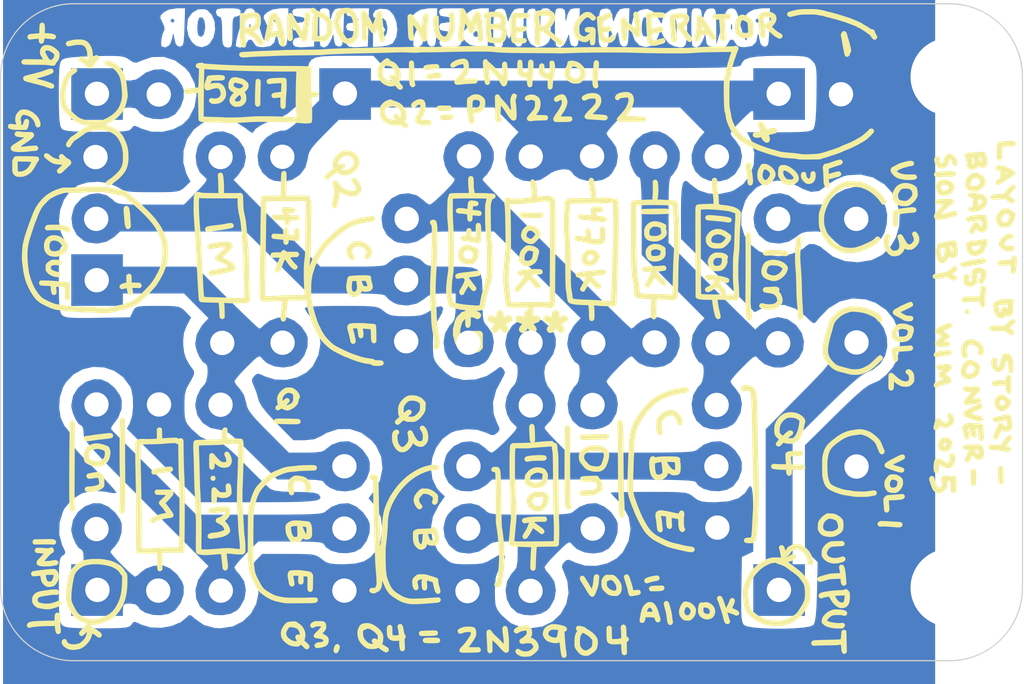
<source format=kicad_pcb>
(kicad_pcb (version 20240108) (generator "pcbnew") (generator_version "8.0")
  (layers (0 "F.Cu" signal) (31 "B.Cu" signal) (34 "B.Paste" user) (35 "F.Paste" user) (36 "B.SilkS" user "B.Silkscreen") (37 "F.SilkS" user "F.Silkscreen") (38 "B.Mask" user) (39 "F.Mask" user) (44 "Edge.Cuts" user))
  (net 0 "")
  (footprint "" (layer "F.Cu") (at 152.98 85.7)
    (property "Reference" "")
    (property "Value" "")
  )
  (footprint "" (layer "F.Cu") (at 140.23 101.01)
    (property "Reference" "")
    (property "Value" "")
  )
  (footprint "" (layer "F.Cu") (at 155.54 85.72)
    (property "Reference" "")
    (property "Value" "")
  )
  (footprint "" (layer "F.Cu") (at 132.58 88.29)
    (property "Reference" "")
    (property "Value" "")
  )
  (footprint "" (layer "F.Cu") (at 150.44 88.28)
    (property "Reference" "")
    (property "Value" "")
  )
  (footprint "" (layer "F.Cu") (at 130.04 98.48)
    (property "Reference" "")
    (property "Value" "")
  )
  (footprint "clipboard:d89e36d9-7bd7-40f0-8ef8-dfd5ef9b1971" (layer "F.Cu") (at 153.55 99.98)
    (property "Reference" "")
    (property "Value" "")
  )
  (footprint "MountingHole:MountingHole_3.2mm_M3_DIN965" (layer "F.Cu") (at 160 106)
    (property "Reference" "REF**" (hide yes))
    (property "Value" "MountingHole_3.2mm_M3_DIN965" (hide yes))
  )
  (footprint "" (layer "F.Cu") (at 140.22 103.57)
    (property "Reference" "")
    (property "Value" "")
  )
  (footprint "" (layer "F.Cu") (at 135.13 101.01)
    (property "Reference" "")
    (property "Value" "")
  )
  (footprint "" (layer "F.Cu") (at 130.11 95.94)
    (property "Reference" "")
    (property "Value" "")
  )
  (footprint "" (layer "F.Cu") (at 127.48 106.12)
    (property "Reference" "")
    (property "Value" "")
  )
  (footprint "" (layer "F.Cu") (at 147.88 95.92)
    (property "Reference" "")
    (property "Value" "")
  )
  (footprint "" (layer "F.Cu") (at 130.05 106.12)
    (property "Reference" "")
    (property "Value" "")
  )
  (footprint "" (layer "F.Cu") (at 124.95 93.36)
    (property "Reference" "")
    (property "Value" "")
  )
  (footprint "" (layer "F.Cu") (at 132.59 95.93)
    (property "Reference" "")
    (property "Value" "")
  )
  (footprint "" (layer "F.Cu") (at 150.46 103.53)
    (property "Reference" "")
    (property "Value" "")
  )
  (footprint "" (layer "F.Cu") (at 150.47 95.95)
    (property "Reference" "")
    (property "Value" "")
  )
  (footprint "" (layer "F.Cu") (at 137.67 95.87)
    (property "Reference" "")
    (property "Value" "")
  )
  (footprint "" (layer "F.Cu") (at 156.18 101.02)
    (property "Reference" "")
    (property "Value" "")
  )
  (footprint "" (layer "F.Cu") (at 150.42 101.01)
    (property "Reference" "")
    (property "Value" "")
  )
  (footprint "" (layer "F.Cu") (at 135.15 85.69)
    (property "Reference" "")
    (property "Value" "")
  )
  (footprint "" (layer "F.Cu") (at 142.78 95.93)
    (property "Reference" "")
    (property "Value" "")
  )
  (footprint "" (layer "F.Cu") (at 142.78 106.13)
    (property "Reference" "")
    (property "Value" "")
  )
  (footprint "" (layer "F.Cu") (at 135.13 103.57)
    (property "Reference" "")
    (property "Value" "")
  )
  (footprint "" (layer "F.Cu") (at 156.18 95.92)
    (property "Reference" "")
    (property "Value" "")
  )
  (footprint "" (layer "F.Cu") (at 152.99 106.09)
    (property "Reference" "")
    (property "Value" "")
  )
  (footprint "" (layer "F.Cu") (at 145.33 98.49)
    (property "Reference" "")
    (property "Value" "")
  )
  (footprint "wims_custom_kicad_library:just_a_pad" (layer "F.Cu") (at 127.5 85.73)
    (property "Reference" "REF**" (hide yes))
    (property "Value" "just_a_pad" (hide yes))
  )
  (footprint "" (layer "F.Cu") (at 124.98 106.09)
    (property "Reference" "")
    (property "Value" "")
  )
  (footprint "" (layer "F.Cu") (at 124.94 98.47)
    (property "Reference" "")
    (property "Value" "")
  )
  (footprint "" (layer "F.Cu") (at 124.96 85.7)
    (property "Reference" "")
    (property "Value" "")
  )
  (footprint "MountingHole:MountingHole_3.2mm_M3_DIN965" (layer "F.Cu") (at 160 85)
    (property "Reference" "REF**" (hide yes))
    (property "Value" "MountingHole_3.2mm_M3_DIN965" (hide yes))
  )
  (footprint "LOGO" (layer "F.Cu") (at 141.92 95.56)
    (property "Reference" "G***")
    (property "Value" "LOGO" (hide yes))
  )
  (footprint "" (layer "F.Cu") (at 150.43 98.49)
    (property "Reference" "")
    (property "Value" "")
  )
  (footprint "" (layer "F.Cu") (at 140.23 95.93)
    (property "Reference" "")
    (property "Value" "")
  )
  (footprint "" (layer "F.Cu") (at 142.79 88.28)
    (property "Reference" "")
    (property "Value" "")
  )
  (footprint "" (layer "F.Cu") (at 135.13 106.12)
    (property "Reference" "")
    (property "Value" "")
  )
  (footprint "" (layer "F.Cu") (at 124.93 90.84)
    (property "Reference" "")
    (property "Value" "")
  )
  (footprint "" (layer "F.Cu") (at 152.96 90.84)
    (property "Reference" "")
    (property "Value" "")
  )
  (footprint "" (layer "F.Cu") (at 147.9 88.29)
    (property "Reference" "")
    (property "Value" "")
  )
  (footprint "" (layer "F.Cu") (at 130.04 88.3)
    (property "Reference" "")
    (property "Value" "")
  )
  (footprint "" (layer "F.Cu") (at 142.79 98.51)
    (property "Reference" "")
    (property "Value" "")
  )
  (footprint "" (layer "F.Cu") (at 145.31 88.27)
    (property "Reference" "")
    (property "Value" "")
  )
  (footprint "" (layer "F.Cu") (at 137.69 90.84)
    (property "Reference" "")
    (property "Value" "")
  )
  (footprint "" (layer "F.Cu") (at 140.25 88.27)
    (property "Reference" "")
    (property "Value" "")
  )
  (footprint "" (layer "F.Cu") (at 140.19 106.14)
    (property "Reference" "")
    (property "Value" "")
  )
  (footprint "" (layer "F.Cu") (at 156.17 90.84)
    (property "Reference" "")
    (property "Value" "")
  )
  (footprint "" (layer "F.Cu") (at 145.34 103.57)
    (property "Reference" "")
    (property "Value" "")
  )
  (footprint "" (layer "F.Cu") (at 145.36 95.94)
    (property "Reference" "")
    (property "Value" "")
  )
  (footprint "" (layer "F.Cu") (at 127.51 98.47)
    (property "Reference" "")
    (property "Value" "")
  )
  (footprint "" (layer "F.Cu") (at 152.96 95.95)
    (property "Reference" "")
    (property "Value" "")
  )
  (footprint "" (layer "F.Cu") (at 124.94 103.59)
    (property "Reference" "")
    (property "Value" "")
  )
  (footprint "" (layer "F.Cu") (at 124.9 88.3)
    (property "Reference" "")
    (property "Value" "")
  )
  (footprint "" (layer "F.Cu") (at 137.67 93.36)
    (property "Reference" "")
    (property "Value" "")
  )
  (gr_arc (start 124 109) (mid 121.87868 108.12132) (end 121 106) (stroke (width 0.05)) (layer "Edge.Cuts"))
  (gr_arc (start 160 82) (mid 162.12132 82.87868) (end 163 85) (stroke (width 0.05)) (layer "Edge.Cuts"))
  (gr_line (start 160 109) (end 124 109) (stroke (width 0.05)) (layer "Edge.Cuts"))
  (gr_line (start 160 82) (end 124 82) (stroke (width 0.05)) (layer "Edge.Cuts"))
  (gr_arc (start 121 85) (mid 121.87868 82.87868) (end 124 82) (stroke (width 0.05)) (layer "Edge.Cuts"))
  (gr_line (start 121 106) (end 121 85) (stroke (width 0.05)) (layer "Edge.Cuts"))
  (gr_line (start 163 85) (end 163 106) (stroke (width 0.05)) (layer "Edge.Cuts"))
  (gr_arc (start 163 106) (mid 162.12132 108.12132) (end 160 109) (stroke (width 0.05)) (layer "Edge.Cuts"))
)
</source>
